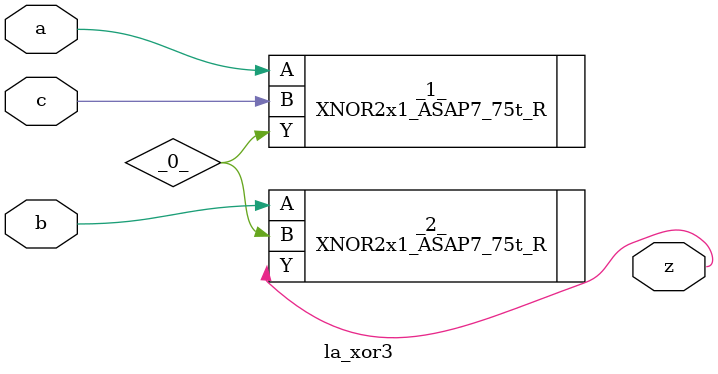
<source format=v>

/* Generated by Yosys 0.44 (git sha1 80ba43d26, g++ 11.4.0-1ubuntu1~22.04 -fPIC -O3) */

(* top =  1  *)
(* src = "generated" *)
module la_xor3 (
    a,
    b,
    c,
    z
);
  wire _0_;
  (* src = "generated" *)
  input a;
  wire a;
  (* src = "generated" *)
  input b;
  wire b;
  (* src = "generated" *)
  input c;
  wire c;
  (* src = "generated" *)
  output z;
  wire z;
  XNOR2x1_ASAP7_75t_R _1_ (
      .A(a),
      .B(c),
      .Y(_0_)
  );
  XNOR2x1_ASAP7_75t_R _2_ (
      .A(b),
      .B(_0_),
      .Y(z)
  );
endmodule

</source>
